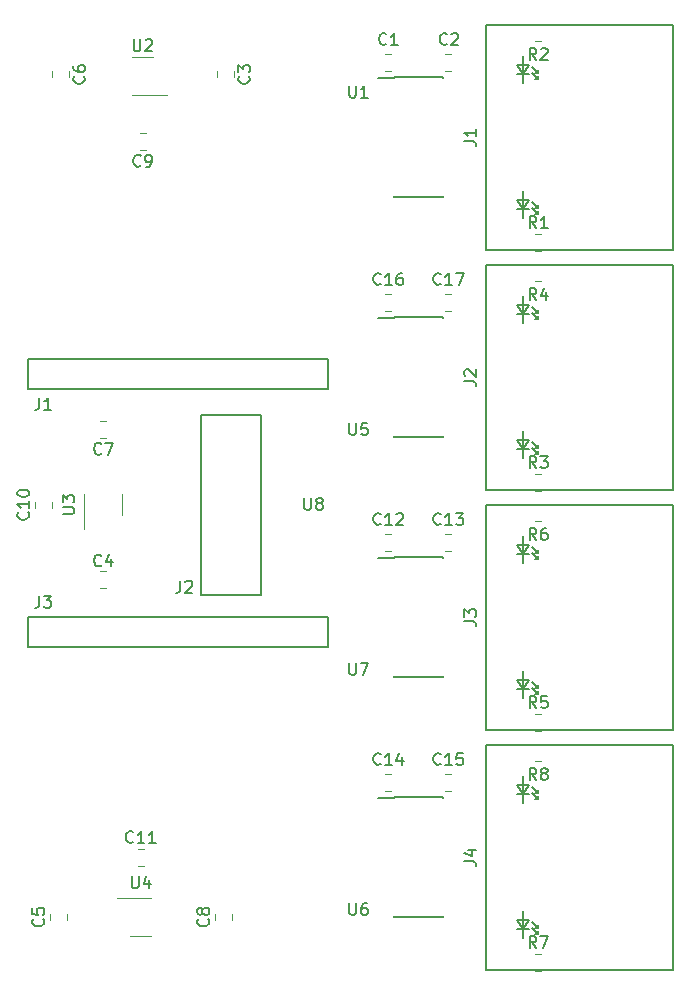
<source format=gbr>
G04 #@! TF.GenerationSoftware,KiCad,Pcbnew,5.0.1+dfsg1-2*
G04 #@! TF.CreationDate,2018-11-18T21:04:06+01:00*
G04 #@! TF.ProjectId,icestick-rj45-shield,696365737469636B2D726A34352D7368,rev?*
G04 #@! TF.SameCoordinates,Original*
G04 #@! TF.FileFunction,Legend,Top*
G04 #@! TF.FilePolarity,Positive*
%FSLAX46Y46*%
G04 Gerber Fmt 4.6, Leading zero omitted, Abs format (unit mm)*
G04 Created by KiCad (PCBNEW 5.0.1+dfsg1-2) date So 18 Nov 2018 21:04:06 CET*
%MOMM*%
%LPD*%
G01*
G04 APERTURE LIST*
%ADD10C,0.150000*%
%ADD11C,0.120000*%
G04 APERTURE END LIST*
D10*
G04 #@! TO.C,U8*
X153035000Y-103505000D02*
X158115000Y-103505000D01*
X153035000Y-88265000D02*
X153035000Y-103505000D01*
X158115000Y-88265000D02*
X153035000Y-88265000D01*
X158115000Y-103505000D02*
X158115000Y-88265000D01*
X138430000Y-107950000D02*
X163830000Y-107950000D01*
X138430000Y-105410000D02*
X138430000Y-107950000D01*
X163830000Y-105410000D02*
X138430000Y-105410000D01*
X163830000Y-107950000D02*
X163830000Y-105410000D01*
X163830000Y-83566000D02*
X163830000Y-86106000D01*
X138430000Y-83566000D02*
X163830000Y-83566000D01*
X138430000Y-86106000D02*
X138430000Y-83566000D01*
X163830000Y-86106000D02*
X138430000Y-86106000D01*
G04 #@! TO.C,J4*
X179832000Y-120396000D02*
X180848000Y-120396000D01*
X181605013Y-120800809D02*
X181351013Y-120800809D01*
X181097013Y-120292809D02*
X181605013Y-120800809D01*
X181351013Y-120800809D02*
X181605013Y-120800809D01*
X181605013Y-120800809D02*
X181605013Y-120546809D01*
X180340000Y-120396000D02*
X179832000Y-119634000D01*
X181097013Y-119784809D02*
X181605013Y-120292809D01*
X180848000Y-119634000D02*
X180340000Y-120396000D01*
X179832000Y-119634000D02*
X180848000Y-119634000D01*
X180340000Y-118872000D02*
X180340000Y-121158000D01*
X181605013Y-120292809D02*
X181605013Y-120038809D01*
X181351013Y-120292809D02*
X181605013Y-120292809D01*
X181605013Y-120292809D02*
X181351013Y-120292809D01*
X193040000Y-116205000D02*
X193040000Y-135255000D01*
X177165000Y-135255000D02*
X177165000Y-116205000D01*
X177165000Y-116205000D02*
X193040000Y-116205000D01*
X193040000Y-135255000D02*
X177165000Y-135255000D01*
X180340000Y-130302000D02*
X180340000Y-132588000D01*
X179832000Y-131064000D02*
X180848000Y-131064000D01*
X180848000Y-131064000D02*
X180340000Y-131826000D01*
X180340000Y-131826000D02*
X179832000Y-131064000D01*
X179832000Y-131826000D02*
X180848000Y-131826000D01*
X181097013Y-131214809D02*
X181605013Y-131722809D01*
X181605013Y-131722809D02*
X181351013Y-131722809D01*
X181351013Y-131722809D02*
X181605013Y-131722809D01*
X181605013Y-131722809D02*
X181605013Y-131468809D01*
X181097013Y-131722809D02*
X181605013Y-132230809D01*
X181605013Y-132230809D02*
X181351013Y-132230809D01*
X181351013Y-132230809D02*
X181605013Y-132230809D01*
X181605013Y-132230809D02*
X181605013Y-131976809D01*
G04 #@! TO.C,J3*
X179832000Y-100076000D02*
X180848000Y-100076000D01*
X181605013Y-100480809D02*
X181351013Y-100480809D01*
X181097013Y-99972809D02*
X181605013Y-100480809D01*
X181351013Y-100480809D02*
X181605013Y-100480809D01*
X181605013Y-100480809D02*
X181605013Y-100226809D01*
X180340000Y-100076000D02*
X179832000Y-99314000D01*
X181097013Y-99464809D02*
X181605013Y-99972809D01*
X180848000Y-99314000D02*
X180340000Y-100076000D01*
X179832000Y-99314000D02*
X180848000Y-99314000D01*
X180340000Y-98552000D02*
X180340000Y-100838000D01*
X181605013Y-99972809D02*
X181605013Y-99718809D01*
X181351013Y-99972809D02*
X181605013Y-99972809D01*
X181605013Y-99972809D02*
X181351013Y-99972809D01*
X193040000Y-95885000D02*
X193040000Y-114935000D01*
X177165000Y-114935000D02*
X177165000Y-95885000D01*
X177165000Y-95885000D02*
X193040000Y-95885000D01*
X193040000Y-114935000D02*
X177165000Y-114935000D01*
X180340000Y-109982000D02*
X180340000Y-112268000D01*
X179832000Y-110744000D02*
X180848000Y-110744000D01*
X180848000Y-110744000D02*
X180340000Y-111506000D01*
X180340000Y-111506000D02*
X179832000Y-110744000D01*
X179832000Y-111506000D02*
X180848000Y-111506000D01*
X181097013Y-110894809D02*
X181605013Y-111402809D01*
X181605013Y-111402809D02*
X181351013Y-111402809D01*
X181351013Y-111402809D02*
X181605013Y-111402809D01*
X181605013Y-111402809D02*
X181605013Y-111148809D01*
X181097013Y-111402809D02*
X181605013Y-111910809D01*
X181605013Y-111910809D02*
X181351013Y-111910809D01*
X181351013Y-111910809D02*
X181605013Y-111910809D01*
X181605013Y-111910809D02*
X181605013Y-111656809D01*
D11*
G04 #@! TO.C,C1*
X169171252Y-57710000D02*
X168648748Y-57710000D01*
X169171252Y-59130000D02*
X168648748Y-59130000D01*
G04 #@! TO.C,C4*
X145041252Y-101525000D02*
X144518748Y-101525000D01*
X145041252Y-102945000D02*
X144518748Y-102945000D01*
G04 #@! TO.C,C2*
X173728748Y-59130000D02*
X174251252Y-59130000D01*
X173728748Y-57710000D02*
X174251252Y-57710000D01*
G04 #@! TO.C,U2*
X147217918Y-61180592D02*
X150167918Y-61180592D01*
X149017918Y-57960592D02*
X147217918Y-57960592D01*
G04 #@! TO.C,C12*
X169171252Y-98350000D02*
X168648748Y-98350000D01*
X169171252Y-99770000D02*
X168648748Y-99770000D01*
G04 #@! TO.C,C13*
X173728748Y-99770000D02*
X174251252Y-99770000D01*
X173728748Y-98350000D02*
X174251252Y-98350000D01*
G04 #@! TO.C,C14*
X169171252Y-118670000D02*
X168648748Y-118670000D01*
X169171252Y-120090000D02*
X168648748Y-120090000D01*
G04 #@! TO.C,C15*
X173728748Y-120090000D02*
X174251252Y-120090000D01*
X173728748Y-118670000D02*
X174251252Y-118670000D01*
G04 #@! TO.C,C16*
X169171252Y-78030000D02*
X168648748Y-78030000D01*
X169171252Y-79450000D02*
X168648748Y-79450000D01*
G04 #@! TO.C,C17*
X173728748Y-79450000D02*
X174251252Y-79450000D01*
X173728748Y-78030000D02*
X174251252Y-78030000D01*
G04 #@! TO.C,R1*
X181348748Y-74370000D02*
X181871252Y-74370000D01*
X181348748Y-72950000D02*
X181871252Y-72950000D01*
G04 #@! TO.C,R2*
X181348748Y-56590000D02*
X181871252Y-56590000D01*
X181348748Y-55170000D02*
X181871252Y-55170000D01*
G04 #@! TO.C,R3*
X181348748Y-94690000D02*
X181871252Y-94690000D01*
X181348748Y-93270000D02*
X181871252Y-93270000D01*
G04 #@! TO.C,R4*
X181348748Y-76910000D02*
X181871252Y-76910000D01*
X181348748Y-75490000D02*
X181871252Y-75490000D01*
G04 #@! TO.C,R5*
X181348748Y-115010000D02*
X181871252Y-115010000D01*
X181348748Y-113590000D02*
X181871252Y-113590000D01*
G04 #@! TO.C,R6*
X181348748Y-97230000D02*
X181871252Y-97230000D01*
X181348748Y-95810000D02*
X181871252Y-95810000D01*
G04 #@! TO.C,R7*
X181348748Y-135330000D02*
X181871252Y-135330000D01*
X181348748Y-133910000D02*
X181871252Y-133910000D01*
G04 #@! TO.C,R8*
X181348748Y-117550000D02*
X181871252Y-117550000D01*
X181348748Y-116130000D02*
X181871252Y-116130000D01*
D10*
G04 #@! TO.C,U6*
X169375000Y-120680000D02*
X168000000Y-120680000D01*
X169375000Y-130805000D02*
X173525000Y-130805000D01*
X169375000Y-120655000D02*
X173525000Y-120655000D01*
X169375000Y-130805000D02*
X169375000Y-130700000D01*
X173525000Y-130805000D02*
X173525000Y-130700000D01*
X173525000Y-120655000D02*
X173525000Y-120760000D01*
X169375000Y-120655000D02*
X169375000Y-120680000D01*
G04 #@! TO.C,U7*
X169375000Y-100360000D02*
X168000000Y-100360000D01*
X169375000Y-110485000D02*
X173525000Y-110485000D01*
X169375000Y-100335000D02*
X173525000Y-100335000D01*
X169375000Y-110485000D02*
X169375000Y-110380000D01*
X173525000Y-110485000D02*
X173525000Y-110380000D01*
X173525000Y-100335000D02*
X173525000Y-100440000D01*
X169375000Y-100335000D02*
X169375000Y-100360000D01*
G04 #@! TO.C,J1*
X179832000Y-59436000D02*
X180848000Y-59436000D01*
X181605013Y-59840809D02*
X181351013Y-59840809D01*
X181097013Y-59332809D02*
X181605013Y-59840809D01*
X181351013Y-59840809D02*
X181605013Y-59840809D01*
X181605013Y-59840809D02*
X181605013Y-59586809D01*
X180340000Y-59436000D02*
X179832000Y-58674000D01*
X181097013Y-58824809D02*
X181605013Y-59332809D01*
X180848000Y-58674000D02*
X180340000Y-59436000D01*
X179832000Y-58674000D02*
X180848000Y-58674000D01*
X180340000Y-57912000D02*
X180340000Y-60198000D01*
X181605013Y-59332809D02*
X181605013Y-59078809D01*
X181351013Y-59332809D02*
X181605013Y-59332809D01*
X181605013Y-59332809D02*
X181351013Y-59332809D01*
X193040000Y-55245000D02*
X193040000Y-74295000D01*
X177165000Y-74295000D02*
X177165000Y-55245000D01*
X177165000Y-55245000D02*
X193040000Y-55245000D01*
X193040000Y-74295000D02*
X177165000Y-74295000D01*
X180340000Y-69342000D02*
X180340000Y-71628000D01*
X179832000Y-70104000D02*
X180848000Y-70104000D01*
X180848000Y-70104000D02*
X180340000Y-70866000D01*
X180340000Y-70866000D02*
X179832000Y-70104000D01*
X179832000Y-70866000D02*
X180848000Y-70866000D01*
X181097013Y-70254809D02*
X181605013Y-70762809D01*
X181605013Y-70762809D02*
X181351013Y-70762809D01*
X181351013Y-70762809D02*
X181605013Y-70762809D01*
X181605013Y-70762809D02*
X181605013Y-70508809D01*
X181097013Y-70762809D02*
X181605013Y-71270809D01*
X181605013Y-71270809D02*
X181351013Y-71270809D01*
X181351013Y-71270809D02*
X181605013Y-71270809D01*
X181605013Y-71270809D02*
X181605013Y-71016809D01*
G04 #@! TO.C,J2*
X179832000Y-79756000D02*
X180848000Y-79756000D01*
X181605013Y-80160809D02*
X181351013Y-80160809D01*
X181097013Y-79652809D02*
X181605013Y-80160809D01*
X181351013Y-80160809D02*
X181605013Y-80160809D01*
X181605013Y-80160809D02*
X181605013Y-79906809D01*
X180340000Y-79756000D02*
X179832000Y-78994000D01*
X181097013Y-79144809D02*
X181605013Y-79652809D01*
X180848000Y-78994000D02*
X180340000Y-79756000D01*
X179832000Y-78994000D02*
X180848000Y-78994000D01*
X180340000Y-78232000D02*
X180340000Y-80518000D01*
X181605013Y-79652809D02*
X181605013Y-79398809D01*
X181351013Y-79652809D02*
X181605013Y-79652809D01*
X181605013Y-79652809D02*
X181351013Y-79652809D01*
X193040000Y-75565000D02*
X193040000Y-94615000D01*
X177165000Y-94615000D02*
X177165000Y-75565000D01*
X177165000Y-75565000D02*
X193040000Y-75565000D01*
X193040000Y-94615000D02*
X177165000Y-94615000D01*
X180340000Y-89662000D02*
X180340000Y-91948000D01*
X179832000Y-90424000D02*
X180848000Y-90424000D01*
X180848000Y-90424000D02*
X180340000Y-91186000D01*
X180340000Y-91186000D02*
X179832000Y-90424000D01*
X179832000Y-91186000D02*
X180848000Y-91186000D01*
X181097013Y-90574809D02*
X181605013Y-91082809D01*
X181605013Y-91082809D02*
X181351013Y-91082809D01*
X181351013Y-91082809D02*
X181605013Y-91082809D01*
X181605013Y-91082809D02*
X181605013Y-90828809D01*
X181097013Y-91082809D02*
X181605013Y-91590809D01*
X181605013Y-91590809D02*
X181351013Y-91590809D01*
X181351013Y-91590809D02*
X181605013Y-91590809D01*
X181605013Y-91590809D02*
X181605013Y-91336809D01*
D11*
G04 #@! TO.C,C3*
X154392918Y-59182340D02*
X154392918Y-59704844D01*
X155812918Y-59182340D02*
X155812918Y-59704844D01*
G04 #@! TO.C,C5*
X141680000Y-131071252D02*
X141680000Y-130548748D01*
X140260000Y-131071252D02*
X140260000Y-130548748D01*
G04 #@! TO.C,C6*
X140422918Y-59182340D02*
X140422918Y-59704844D01*
X141842918Y-59182340D02*
X141842918Y-59704844D01*
G04 #@! TO.C,C7*
X145041252Y-88825000D02*
X144518748Y-88825000D01*
X145041252Y-90245000D02*
X144518748Y-90245000D01*
G04 #@! TO.C,C8*
X155650000Y-131071252D02*
X155650000Y-130548748D01*
X154230000Y-131071252D02*
X154230000Y-130548748D01*
G04 #@! TO.C,C9*
X148379170Y-64448592D02*
X147856666Y-64448592D01*
X148379170Y-65868592D02*
X147856666Y-65868592D01*
G04 #@! TO.C,C10*
X140410000Y-96146252D02*
X140410000Y-95623748D01*
X138990000Y-96146252D02*
X138990000Y-95623748D01*
G04 #@! TO.C,C11*
X147693748Y-126440000D02*
X148216252Y-126440000D01*
X147693748Y-125020000D02*
X148216252Y-125020000D01*
D10*
G04 #@! TO.C,U1*
X169375000Y-59720000D02*
X168000000Y-59720000D01*
X169375000Y-69845000D02*
X173525000Y-69845000D01*
X169375000Y-59695000D02*
X173525000Y-59695000D01*
X169375000Y-69845000D02*
X169375000Y-69740000D01*
X173525000Y-69845000D02*
X173525000Y-69740000D01*
X173525000Y-59695000D02*
X173525000Y-59800000D01*
X169375000Y-59695000D02*
X169375000Y-59720000D01*
D11*
G04 #@! TO.C,U3*
X143170000Y-94985000D02*
X143170000Y-97935000D01*
X146390000Y-96785000D02*
X146390000Y-94985000D01*
G04 #@! TO.C,U4*
X148855000Y-129200000D02*
X145905000Y-129200000D01*
X147055000Y-132420000D02*
X148855000Y-132420000D01*
D10*
G04 #@! TO.C,U5*
X169375000Y-80040000D02*
X168000000Y-80040000D01*
X169375000Y-90165000D02*
X173525000Y-90165000D01*
X169375000Y-80015000D02*
X173525000Y-80015000D01*
X169375000Y-90165000D02*
X169375000Y-90060000D01*
X173525000Y-90165000D02*
X173525000Y-90060000D01*
X173525000Y-80015000D02*
X173525000Y-80120000D01*
X169375000Y-80015000D02*
X169375000Y-80040000D01*
G04 #@! TO.C,U8*
X161798095Y-95337380D02*
X161798095Y-96146904D01*
X161845714Y-96242142D01*
X161893333Y-96289761D01*
X161988571Y-96337380D01*
X162179047Y-96337380D01*
X162274285Y-96289761D01*
X162321904Y-96242142D01*
X162369523Y-96146904D01*
X162369523Y-95337380D01*
X162988571Y-95765952D02*
X162893333Y-95718333D01*
X162845714Y-95670714D01*
X162798095Y-95575476D01*
X162798095Y-95527857D01*
X162845714Y-95432619D01*
X162893333Y-95385000D01*
X162988571Y-95337380D01*
X163179047Y-95337380D01*
X163274285Y-95385000D01*
X163321904Y-95432619D01*
X163369523Y-95527857D01*
X163369523Y-95575476D01*
X163321904Y-95670714D01*
X163274285Y-95718333D01*
X163179047Y-95765952D01*
X162988571Y-95765952D01*
X162893333Y-95813571D01*
X162845714Y-95861190D01*
X162798095Y-95956428D01*
X162798095Y-96146904D01*
X162845714Y-96242142D01*
X162893333Y-96289761D01*
X162988571Y-96337380D01*
X163179047Y-96337380D01*
X163274285Y-96289761D01*
X163321904Y-96242142D01*
X163369523Y-96146904D01*
X163369523Y-95956428D01*
X163321904Y-95861190D01*
X163274285Y-95813571D01*
X163179047Y-95765952D01*
X151304666Y-102322380D02*
X151304666Y-103036666D01*
X151257047Y-103179523D01*
X151161809Y-103274761D01*
X151018952Y-103322380D01*
X150923714Y-103322380D01*
X151733238Y-102417619D02*
X151780857Y-102370000D01*
X151876095Y-102322380D01*
X152114190Y-102322380D01*
X152209428Y-102370000D01*
X152257047Y-102417619D01*
X152304666Y-102512857D01*
X152304666Y-102608095D01*
X152257047Y-102750952D01*
X151685619Y-103322380D01*
X152304666Y-103322380D01*
X139366666Y-103592380D02*
X139366666Y-104306666D01*
X139319047Y-104449523D01*
X139223809Y-104544761D01*
X139080952Y-104592380D01*
X138985714Y-104592380D01*
X139747619Y-103592380D02*
X140366666Y-103592380D01*
X140033333Y-103973333D01*
X140176190Y-103973333D01*
X140271428Y-104020952D01*
X140319047Y-104068571D01*
X140366666Y-104163809D01*
X140366666Y-104401904D01*
X140319047Y-104497142D01*
X140271428Y-104544761D01*
X140176190Y-104592380D01*
X139890476Y-104592380D01*
X139795238Y-104544761D01*
X139747619Y-104497142D01*
X139366666Y-86828380D02*
X139366666Y-87542666D01*
X139319047Y-87685523D01*
X139223809Y-87780761D01*
X139080952Y-87828380D01*
X138985714Y-87828380D01*
X140366666Y-87828380D02*
X139795238Y-87828380D01*
X140080952Y-87828380D02*
X140080952Y-86828380D01*
X139985714Y-86971238D01*
X139890476Y-87066476D01*
X139795238Y-87114095D01*
G04 #@! TO.C,J4*
X175347380Y-126063333D02*
X176061666Y-126063333D01*
X176204523Y-126110952D01*
X176299761Y-126206190D01*
X176347380Y-126349047D01*
X176347380Y-126444285D01*
X175680714Y-125158571D02*
X176347380Y-125158571D01*
X175299761Y-125396666D02*
X176014047Y-125634761D01*
X176014047Y-125015714D01*
G04 #@! TO.C,J3*
X175347380Y-105743333D02*
X176061666Y-105743333D01*
X176204523Y-105790952D01*
X176299761Y-105886190D01*
X176347380Y-106029047D01*
X176347380Y-106124285D01*
X175347380Y-105362380D02*
X175347380Y-104743333D01*
X175728333Y-105076666D01*
X175728333Y-104933809D01*
X175775952Y-104838571D01*
X175823571Y-104790952D01*
X175918809Y-104743333D01*
X176156904Y-104743333D01*
X176252142Y-104790952D01*
X176299761Y-104838571D01*
X176347380Y-104933809D01*
X176347380Y-105219523D01*
X176299761Y-105314761D01*
X176252142Y-105362380D01*
G04 #@! TO.C,C1*
X168743333Y-56872142D02*
X168695714Y-56919761D01*
X168552857Y-56967380D01*
X168457619Y-56967380D01*
X168314761Y-56919761D01*
X168219523Y-56824523D01*
X168171904Y-56729285D01*
X168124285Y-56538809D01*
X168124285Y-56395952D01*
X168171904Y-56205476D01*
X168219523Y-56110238D01*
X168314761Y-56015000D01*
X168457619Y-55967380D01*
X168552857Y-55967380D01*
X168695714Y-56015000D01*
X168743333Y-56062619D01*
X169695714Y-56967380D02*
X169124285Y-56967380D01*
X169410000Y-56967380D02*
X169410000Y-55967380D01*
X169314761Y-56110238D01*
X169219523Y-56205476D01*
X169124285Y-56253095D01*
G04 #@! TO.C,C4*
X144613333Y-101017342D02*
X144565714Y-101064961D01*
X144422857Y-101112580D01*
X144327619Y-101112580D01*
X144184761Y-101064961D01*
X144089523Y-100969723D01*
X144041904Y-100874485D01*
X143994285Y-100684009D01*
X143994285Y-100541152D01*
X144041904Y-100350676D01*
X144089523Y-100255438D01*
X144184761Y-100160200D01*
X144327619Y-100112580D01*
X144422857Y-100112580D01*
X144565714Y-100160200D01*
X144613333Y-100207819D01*
X145470476Y-100445914D02*
X145470476Y-101112580D01*
X145232380Y-100064961D02*
X144994285Y-100779247D01*
X145613333Y-100779247D01*
G04 #@! TO.C,C2*
X173874133Y-56872142D02*
X173826514Y-56919761D01*
X173683657Y-56967380D01*
X173588419Y-56967380D01*
X173445561Y-56919761D01*
X173350323Y-56824523D01*
X173302704Y-56729285D01*
X173255085Y-56538809D01*
X173255085Y-56395952D01*
X173302704Y-56205476D01*
X173350323Y-56110238D01*
X173445561Y-56015000D01*
X173588419Y-55967380D01*
X173683657Y-55967380D01*
X173826514Y-56015000D01*
X173874133Y-56062619D01*
X174255085Y-56062619D02*
X174302704Y-56015000D01*
X174397942Y-55967380D01*
X174636038Y-55967380D01*
X174731276Y-56015000D01*
X174778895Y-56062619D01*
X174826514Y-56157857D01*
X174826514Y-56253095D01*
X174778895Y-56395952D01*
X174207466Y-56967380D01*
X174826514Y-56967380D01*
G04 #@! TO.C,U2*
X147356013Y-56482972D02*
X147356013Y-57292496D01*
X147403632Y-57387734D01*
X147451251Y-57435353D01*
X147546489Y-57482972D01*
X147736965Y-57482972D01*
X147832203Y-57435353D01*
X147879822Y-57387734D01*
X147927441Y-57292496D01*
X147927441Y-56482972D01*
X148356013Y-56578211D02*
X148403632Y-56530592D01*
X148498870Y-56482972D01*
X148736965Y-56482972D01*
X148832203Y-56530592D01*
X148879822Y-56578211D01*
X148927441Y-56673449D01*
X148927441Y-56768687D01*
X148879822Y-56911544D01*
X148308394Y-57482972D01*
X148927441Y-57482972D01*
G04 #@! TO.C,C12*
X168267142Y-97512142D02*
X168219523Y-97559761D01*
X168076666Y-97607380D01*
X167981428Y-97607380D01*
X167838571Y-97559761D01*
X167743333Y-97464523D01*
X167695714Y-97369285D01*
X167648095Y-97178809D01*
X167648095Y-97035952D01*
X167695714Y-96845476D01*
X167743333Y-96750238D01*
X167838571Y-96655000D01*
X167981428Y-96607380D01*
X168076666Y-96607380D01*
X168219523Y-96655000D01*
X168267142Y-96702619D01*
X169219523Y-97607380D02*
X168648095Y-97607380D01*
X168933809Y-97607380D02*
X168933809Y-96607380D01*
X168838571Y-96750238D01*
X168743333Y-96845476D01*
X168648095Y-96893095D01*
X169600476Y-96702619D02*
X169648095Y-96655000D01*
X169743333Y-96607380D01*
X169981428Y-96607380D01*
X170076666Y-96655000D01*
X170124285Y-96702619D01*
X170171904Y-96797857D01*
X170171904Y-96893095D01*
X170124285Y-97035952D01*
X169552857Y-97607380D01*
X170171904Y-97607380D01*
G04 #@! TO.C,C13*
X173347142Y-97512142D02*
X173299523Y-97559761D01*
X173156666Y-97607380D01*
X173061428Y-97607380D01*
X172918571Y-97559761D01*
X172823333Y-97464523D01*
X172775714Y-97369285D01*
X172728095Y-97178809D01*
X172728095Y-97035952D01*
X172775714Y-96845476D01*
X172823333Y-96750238D01*
X172918571Y-96655000D01*
X173061428Y-96607380D01*
X173156666Y-96607380D01*
X173299523Y-96655000D01*
X173347142Y-96702619D01*
X174299523Y-97607380D02*
X173728095Y-97607380D01*
X174013809Y-97607380D02*
X174013809Y-96607380D01*
X173918571Y-96750238D01*
X173823333Y-96845476D01*
X173728095Y-96893095D01*
X174632857Y-96607380D02*
X175251904Y-96607380D01*
X174918571Y-96988333D01*
X175061428Y-96988333D01*
X175156666Y-97035952D01*
X175204285Y-97083571D01*
X175251904Y-97178809D01*
X175251904Y-97416904D01*
X175204285Y-97512142D01*
X175156666Y-97559761D01*
X175061428Y-97607380D01*
X174775714Y-97607380D01*
X174680476Y-97559761D01*
X174632857Y-97512142D01*
G04 #@! TO.C,C14*
X168267142Y-117832142D02*
X168219523Y-117879761D01*
X168076666Y-117927380D01*
X167981428Y-117927380D01*
X167838571Y-117879761D01*
X167743333Y-117784523D01*
X167695714Y-117689285D01*
X167648095Y-117498809D01*
X167648095Y-117355952D01*
X167695714Y-117165476D01*
X167743333Y-117070238D01*
X167838571Y-116975000D01*
X167981428Y-116927380D01*
X168076666Y-116927380D01*
X168219523Y-116975000D01*
X168267142Y-117022619D01*
X169219523Y-117927380D02*
X168648095Y-117927380D01*
X168933809Y-117927380D02*
X168933809Y-116927380D01*
X168838571Y-117070238D01*
X168743333Y-117165476D01*
X168648095Y-117213095D01*
X170076666Y-117260714D02*
X170076666Y-117927380D01*
X169838571Y-116879761D02*
X169600476Y-117594047D01*
X170219523Y-117594047D01*
G04 #@! TO.C,C15*
X173347142Y-117832142D02*
X173299523Y-117879761D01*
X173156666Y-117927380D01*
X173061428Y-117927380D01*
X172918571Y-117879761D01*
X172823333Y-117784523D01*
X172775714Y-117689285D01*
X172728095Y-117498809D01*
X172728095Y-117355952D01*
X172775714Y-117165476D01*
X172823333Y-117070238D01*
X172918571Y-116975000D01*
X173061428Y-116927380D01*
X173156666Y-116927380D01*
X173299523Y-116975000D01*
X173347142Y-117022619D01*
X174299523Y-117927380D02*
X173728095Y-117927380D01*
X174013809Y-117927380D02*
X174013809Y-116927380D01*
X173918571Y-117070238D01*
X173823333Y-117165476D01*
X173728095Y-117213095D01*
X175204285Y-116927380D02*
X174728095Y-116927380D01*
X174680476Y-117403571D01*
X174728095Y-117355952D01*
X174823333Y-117308333D01*
X175061428Y-117308333D01*
X175156666Y-117355952D01*
X175204285Y-117403571D01*
X175251904Y-117498809D01*
X175251904Y-117736904D01*
X175204285Y-117832142D01*
X175156666Y-117879761D01*
X175061428Y-117927380D01*
X174823333Y-117927380D01*
X174728095Y-117879761D01*
X174680476Y-117832142D01*
G04 #@! TO.C,C16*
X168267142Y-77192142D02*
X168219523Y-77239761D01*
X168076666Y-77287380D01*
X167981428Y-77287380D01*
X167838571Y-77239761D01*
X167743333Y-77144523D01*
X167695714Y-77049285D01*
X167648095Y-76858809D01*
X167648095Y-76715952D01*
X167695714Y-76525476D01*
X167743333Y-76430238D01*
X167838571Y-76335000D01*
X167981428Y-76287380D01*
X168076666Y-76287380D01*
X168219523Y-76335000D01*
X168267142Y-76382619D01*
X169219523Y-77287380D02*
X168648095Y-77287380D01*
X168933809Y-77287380D02*
X168933809Y-76287380D01*
X168838571Y-76430238D01*
X168743333Y-76525476D01*
X168648095Y-76573095D01*
X170076666Y-76287380D02*
X169886190Y-76287380D01*
X169790952Y-76335000D01*
X169743333Y-76382619D01*
X169648095Y-76525476D01*
X169600476Y-76715952D01*
X169600476Y-77096904D01*
X169648095Y-77192142D01*
X169695714Y-77239761D01*
X169790952Y-77287380D01*
X169981428Y-77287380D01*
X170076666Y-77239761D01*
X170124285Y-77192142D01*
X170171904Y-77096904D01*
X170171904Y-76858809D01*
X170124285Y-76763571D01*
X170076666Y-76715952D01*
X169981428Y-76668333D01*
X169790952Y-76668333D01*
X169695714Y-76715952D01*
X169648095Y-76763571D01*
X169600476Y-76858809D01*
G04 #@! TO.C,C17*
X173347142Y-77192142D02*
X173299523Y-77239761D01*
X173156666Y-77287380D01*
X173061428Y-77287380D01*
X172918571Y-77239761D01*
X172823333Y-77144523D01*
X172775714Y-77049285D01*
X172728095Y-76858809D01*
X172728095Y-76715952D01*
X172775714Y-76525476D01*
X172823333Y-76430238D01*
X172918571Y-76335000D01*
X173061428Y-76287380D01*
X173156666Y-76287380D01*
X173299523Y-76335000D01*
X173347142Y-76382619D01*
X174299523Y-77287380D02*
X173728095Y-77287380D01*
X174013809Y-77287380D02*
X174013809Y-76287380D01*
X173918571Y-76430238D01*
X173823333Y-76525476D01*
X173728095Y-76573095D01*
X174632857Y-76287380D02*
X175299523Y-76287380D01*
X174870952Y-77287380D01*
G04 #@! TO.C,R1*
X181443333Y-72462380D02*
X181110000Y-71986190D01*
X180871904Y-72462380D02*
X180871904Y-71462380D01*
X181252857Y-71462380D01*
X181348095Y-71510000D01*
X181395714Y-71557619D01*
X181443333Y-71652857D01*
X181443333Y-71795714D01*
X181395714Y-71890952D01*
X181348095Y-71938571D01*
X181252857Y-71986190D01*
X180871904Y-71986190D01*
X182395714Y-72462380D02*
X181824285Y-72462380D01*
X182110000Y-72462380D02*
X182110000Y-71462380D01*
X182014761Y-71605238D01*
X181919523Y-71700476D01*
X181824285Y-71748095D01*
G04 #@! TO.C,R2*
X181443333Y-58237380D02*
X181110000Y-57761190D01*
X180871904Y-58237380D02*
X180871904Y-57237380D01*
X181252857Y-57237380D01*
X181348095Y-57285000D01*
X181395714Y-57332619D01*
X181443333Y-57427857D01*
X181443333Y-57570714D01*
X181395714Y-57665952D01*
X181348095Y-57713571D01*
X181252857Y-57761190D01*
X180871904Y-57761190D01*
X181824285Y-57332619D02*
X181871904Y-57285000D01*
X181967142Y-57237380D01*
X182205238Y-57237380D01*
X182300476Y-57285000D01*
X182348095Y-57332619D01*
X182395714Y-57427857D01*
X182395714Y-57523095D01*
X182348095Y-57665952D01*
X181776666Y-58237380D01*
X182395714Y-58237380D01*
G04 #@! TO.C,R3*
X181443333Y-92782380D02*
X181110000Y-92306190D01*
X180871904Y-92782380D02*
X180871904Y-91782380D01*
X181252857Y-91782380D01*
X181348095Y-91830000D01*
X181395714Y-91877619D01*
X181443333Y-91972857D01*
X181443333Y-92115714D01*
X181395714Y-92210952D01*
X181348095Y-92258571D01*
X181252857Y-92306190D01*
X180871904Y-92306190D01*
X181776666Y-91782380D02*
X182395714Y-91782380D01*
X182062380Y-92163333D01*
X182205238Y-92163333D01*
X182300476Y-92210952D01*
X182348095Y-92258571D01*
X182395714Y-92353809D01*
X182395714Y-92591904D01*
X182348095Y-92687142D01*
X182300476Y-92734761D01*
X182205238Y-92782380D01*
X181919523Y-92782380D01*
X181824285Y-92734761D01*
X181776666Y-92687142D01*
G04 #@! TO.C,R4*
X181443333Y-78557380D02*
X181110000Y-78081190D01*
X180871904Y-78557380D02*
X180871904Y-77557380D01*
X181252857Y-77557380D01*
X181348095Y-77605000D01*
X181395714Y-77652619D01*
X181443333Y-77747857D01*
X181443333Y-77890714D01*
X181395714Y-77985952D01*
X181348095Y-78033571D01*
X181252857Y-78081190D01*
X180871904Y-78081190D01*
X182300476Y-77890714D02*
X182300476Y-78557380D01*
X182062380Y-77509761D02*
X181824285Y-78224047D01*
X182443333Y-78224047D01*
G04 #@! TO.C,R5*
X181443333Y-113102380D02*
X181110000Y-112626190D01*
X180871904Y-113102380D02*
X180871904Y-112102380D01*
X181252857Y-112102380D01*
X181348095Y-112150000D01*
X181395714Y-112197619D01*
X181443333Y-112292857D01*
X181443333Y-112435714D01*
X181395714Y-112530952D01*
X181348095Y-112578571D01*
X181252857Y-112626190D01*
X180871904Y-112626190D01*
X182348095Y-112102380D02*
X181871904Y-112102380D01*
X181824285Y-112578571D01*
X181871904Y-112530952D01*
X181967142Y-112483333D01*
X182205238Y-112483333D01*
X182300476Y-112530952D01*
X182348095Y-112578571D01*
X182395714Y-112673809D01*
X182395714Y-112911904D01*
X182348095Y-113007142D01*
X182300476Y-113054761D01*
X182205238Y-113102380D01*
X181967142Y-113102380D01*
X181871904Y-113054761D01*
X181824285Y-113007142D01*
G04 #@! TO.C,R6*
X181443333Y-98877380D02*
X181110000Y-98401190D01*
X180871904Y-98877380D02*
X180871904Y-97877380D01*
X181252857Y-97877380D01*
X181348095Y-97925000D01*
X181395714Y-97972619D01*
X181443333Y-98067857D01*
X181443333Y-98210714D01*
X181395714Y-98305952D01*
X181348095Y-98353571D01*
X181252857Y-98401190D01*
X180871904Y-98401190D01*
X182300476Y-97877380D02*
X182110000Y-97877380D01*
X182014761Y-97925000D01*
X181967142Y-97972619D01*
X181871904Y-98115476D01*
X181824285Y-98305952D01*
X181824285Y-98686904D01*
X181871904Y-98782142D01*
X181919523Y-98829761D01*
X182014761Y-98877380D01*
X182205238Y-98877380D01*
X182300476Y-98829761D01*
X182348095Y-98782142D01*
X182395714Y-98686904D01*
X182395714Y-98448809D01*
X182348095Y-98353571D01*
X182300476Y-98305952D01*
X182205238Y-98258333D01*
X182014761Y-98258333D01*
X181919523Y-98305952D01*
X181871904Y-98353571D01*
X181824285Y-98448809D01*
G04 #@! TO.C,R7*
X181443333Y-133422380D02*
X181110000Y-132946190D01*
X180871904Y-133422380D02*
X180871904Y-132422380D01*
X181252857Y-132422380D01*
X181348095Y-132470000D01*
X181395714Y-132517619D01*
X181443333Y-132612857D01*
X181443333Y-132755714D01*
X181395714Y-132850952D01*
X181348095Y-132898571D01*
X181252857Y-132946190D01*
X180871904Y-132946190D01*
X181776666Y-132422380D02*
X182443333Y-132422380D01*
X182014761Y-133422380D01*
G04 #@! TO.C,R8*
X181443333Y-119197380D02*
X181110000Y-118721190D01*
X180871904Y-119197380D02*
X180871904Y-118197380D01*
X181252857Y-118197380D01*
X181348095Y-118245000D01*
X181395714Y-118292619D01*
X181443333Y-118387857D01*
X181443333Y-118530714D01*
X181395714Y-118625952D01*
X181348095Y-118673571D01*
X181252857Y-118721190D01*
X180871904Y-118721190D01*
X182014761Y-118625952D02*
X181919523Y-118578333D01*
X181871904Y-118530714D01*
X181824285Y-118435476D01*
X181824285Y-118387857D01*
X181871904Y-118292619D01*
X181919523Y-118245000D01*
X182014761Y-118197380D01*
X182205238Y-118197380D01*
X182300476Y-118245000D01*
X182348095Y-118292619D01*
X182395714Y-118387857D01*
X182395714Y-118435476D01*
X182348095Y-118530714D01*
X182300476Y-118578333D01*
X182205238Y-118625952D01*
X182014761Y-118625952D01*
X181919523Y-118673571D01*
X181871904Y-118721190D01*
X181824285Y-118816428D01*
X181824285Y-119006904D01*
X181871904Y-119102142D01*
X181919523Y-119149761D01*
X182014761Y-119197380D01*
X182205238Y-119197380D01*
X182300476Y-119149761D01*
X182348095Y-119102142D01*
X182395714Y-119006904D01*
X182395714Y-118816428D01*
X182348095Y-118721190D01*
X182300476Y-118673571D01*
X182205238Y-118625952D01*
G04 #@! TO.C,U6*
X165608095Y-129627380D02*
X165608095Y-130436904D01*
X165655714Y-130532142D01*
X165703333Y-130579761D01*
X165798571Y-130627380D01*
X165989047Y-130627380D01*
X166084285Y-130579761D01*
X166131904Y-130532142D01*
X166179523Y-130436904D01*
X166179523Y-129627380D01*
X167084285Y-129627380D02*
X166893809Y-129627380D01*
X166798571Y-129675000D01*
X166750952Y-129722619D01*
X166655714Y-129865476D01*
X166608095Y-130055952D01*
X166608095Y-130436904D01*
X166655714Y-130532142D01*
X166703333Y-130579761D01*
X166798571Y-130627380D01*
X166989047Y-130627380D01*
X167084285Y-130579761D01*
X167131904Y-130532142D01*
X167179523Y-130436904D01*
X167179523Y-130198809D01*
X167131904Y-130103571D01*
X167084285Y-130055952D01*
X166989047Y-130008333D01*
X166798571Y-130008333D01*
X166703333Y-130055952D01*
X166655714Y-130103571D01*
X166608095Y-130198809D01*
G04 #@! TO.C,U7*
X165608095Y-109307380D02*
X165608095Y-110116904D01*
X165655714Y-110212142D01*
X165703333Y-110259761D01*
X165798571Y-110307380D01*
X165989047Y-110307380D01*
X166084285Y-110259761D01*
X166131904Y-110212142D01*
X166179523Y-110116904D01*
X166179523Y-109307380D01*
X166560476Y-109307380D02*
X167227142Y-109307380D01*
X166798571Y-110307380D01*
G04 #@! TO.C,J1*
X175347380Y-65103333D02*
X176061666Y-65103333D01*
X176204523Y-65150952D01*
X176299761Y-65246190D01*
X176347380Y-65389047D01*
X176347380Y-65484285D01*
X176347380Y-64103333D02*
X176347380Y-64674761D01*
X176347380Y-64389047D02*
X175347380Y-64389047D01*
X175490238Y-64484285D01*
X175585476Y-64579523D01*
X175633095Y-64674761D01*
G04 #@! TO.C,J2*
X175347380Y-85423333D02*
X176061666Y-85423333D01*
X176204523Y-85470952D01*
X176299761Y-85566190D01*
X176347380Y-85709047D01*
X176347380Y-85804285D01*
X175442619Y-84994761D02*
X175395000Y-84947142D01*
X175347380Y-84851904D01*
X175347380Y-84613809D01*
X175395000Y-84518571D01*
X175442619Y-84470952D01*
X175537857Y-84423333D01*
X175633095Y-84423333D01*
X175775952Y-84470952D01*
X176347380Y-85042380D01*
X176347380Y-84423333D01*
G04 #@! TO.C,C3*
X157110060Y-59610258D02*
X157157679Y-59657877D01*
X157205298Y-59800734D01*
X157205298Y-59895972D01*
X157157679Y-60038830D01*
X157062441Y-60134068D01*
X156967203Y-60181687D01*
X156776727Y-60229306D01*
X156633870Y-60229306D01*
X156443394Y-60181687D01*
X156348156Y-60134068D01*
X156252918Y-60038830D01*
X156205298Y-59895972D01*
X156205298Y-59800734D01*
X156252918Y-59657877D01*
X156300537Y-59610258D01*
X156205298Y-59276925D02*
X156205298Y-58657877D01*
X156586251Y-58991211D01*
X156586251Y-58848353D01*
X156633870Y-58753115D01*
X156681489Y-58705496D01*
X156776727Y-58657877D01*
X157014822Y-58657877D01*
X157110060Y-58705496D01*
X157157679Y-58753115D01*
X157205298Y-58848353D01*
X157205298Y-59134068D01*
X157157679Y-59229306D01*
X157110060Y-59276925D01*
G04 #@! TO.C,C5*
X139677142Y-130976666D02*
X139724761Y-131024285D01*
X139772380Y-131167142D01*
X139772380Y-131262380D01*
X139724761Y-131405238D01*
X139629523Y-131500476D01*
X139534285Y-131548095D01*
X139343809Y-131595714D01*
X139200952Y-131595714D01*
X139010476Y-131548095D01*
X138915238Y-131500476D01*
X138820000Y-131405238D01*
X138772380Y-131262380D01*
X138772380Y-131167142D01*
X138820000Y-131024285D01*
X138867619Y-130976666D01*
X138772380Y-130071904D02*
X138772380Y-130548095D01*
X139248571Y-130595714D01*
X139200952Y-130548095D01*
X139153333Y-130452857D01*
X139153333Y-130214761D01*
X139200952Y-130119523D01*
X139248571Y-130071904D01*
X139343809Y-130024285D01*
X139581904Y-130024285D01*
X139677142Y-130071904D01*
X139724761Y-130119523D01*
X139772380Y-130214761D01*
X139772380Y-130452857D01*
X139724761Y-130548095D01*
X139677142Y-130595714D01*
G04 #@! TO.C,C6*
X143140060Y-59610258D02*
X143187679Y-59657877D01*
X143235298Y-59800734D01*
X143235298Y-59895972D01*
X143187679Y-60038830D01*
X143092441Y-60134068D01*
X142997203Y-60181687D01*
X142806727Y-60229306D01*
X142663870Y-60229306D01*
X142473394Y-60181687D01*
X142378156Y-60134068D01*
X142282918Y-60038830D01*
X142235298Y-59895972D01*
X142235298Y-59800734D01*
X142282918Y-59657877D01*
X142330537Y-59610258D01*
X142235298Y-58753115D02*
X142235298Y-58943592D01*
X142282918Y-59038830D01*
X142330537Y-59086449D01*
X142473394Y-59181687D01*
X142663870Y-59229306D01*
X143044822Y-59229306D01*
X143140060Y-59181687D01*
X143187679Y-59134068D01*
X143235298Y-59038830D01*
X143235298Y-58848353D01*
X143187679Y-58753115D01*
X143140060Y-58705496D01*
X143044822Y-58657877D01*
X142806727Y-58657877D01*
X142711489Y-58705496D01*
X142663870Y-58753115D01*
X142616251Y-58848353D01*
X142616251Y-59038830D01*
X142663870Y-59134068D01*
X142711489Y-59181687D01*
X142806727Y-59229306D01*
G04 #@! TO.C,C7*
X144613333Y-91542142D02*
X144565714Y-91589761D01*
X144422857Y-91637380D01*
X144327619Y-91637380D01*
X144184761Y-91589761D01*
X144089523Y-91494523D01*
X144041904Y-91399285D01*
X143994285Y-91208809D01*
X143994285Y-91065952D01*
X144041904Y-90875476D01*
X144089523Y-90780238D01*
X144184761Y-90685000D01*
X144327619Y-90637380D01*
X144422857Y-90637380D01*
X144565714Y-90685000D01*
X144613333Y-90732619D01*
X144946666Y-90637380D02*
X145613333Y-90637380D01*
X145184761Y-91637380D01*
G04 #@! TO.C,C8*
X153647142Y-130976666D02*
X153694761Y-131024285D01*
X153742380Y-131167142D01*
X153742380Y-131262380D01*
X153694761Y-131405238D01*
X153599523Y-131500476D01*
X153504285Y-131548095D01*
X153313809Y-131595714D01*
X153170952Y-131595714D01*
X152980476Y-131548095D01*
X152885238Y-131500476D01*
X152790000Y-131405238D01*
X152742380Y-131262380D01*
X152742380Y-131167142D01*
X152790000Y-131024285D01*
X152837619Y-130976666D01*
X153170952Y-130405238D02*
X153123333Y-130500476D01*
X153075714Y-130548095D01*
X152980476Y-130595714D01*
X152932857Y-130595714D01*
X152837619Y-130548095D01*
X152790000Y-130500476D01*
X152742380Y-130405238D01*
X152742380Y-130214761D01*
X152790000Y-130119523D01*
X152837619Y-130071904D01*
X152932857Y-130024285D01*
X152980476Y-130024285D01*
X153075714Y-130071904D01*
X153123333Y-130119523D01*
X153170952Y-130214761D01*
X153170952Y-130405238D01*
X153218571Y-130500476D01*
X153266190Y-130548095D01*
X153361428Y-130595714D01*
X153551904Y-130595714D01*
X153647142Y-130548095D01*
X153694761Y-130500476D01*
X153742380Y-130405238D01*
X153742380Y-130214761D01*
X153694761Y-130119523D01*
X153647142Y-130071904D01*
X153551904Y-130024285D01*
X153361428Y-130024285D01*
X153266190Y-130071904D01*
X153218571Y-130119523D01*
X153170952Y-130214761D01*
G04 #@! TO.C,C9*
X147951251Y-67165734D02*
X147903632Y-67213353D01*
X147760775Y-67260972D01*
X147665537Y-67260972D01*
X147522679Y-67213353D01*
X147427441Y-67118115D01*
X147379822Y-67022877D01*
X147332203Y-66832401D01*
X147332203Y-66689544D01*
X147379822Y-66499068D01*
X147427441Y-66403830D01*
X147522679Y-66308592D01*
X147665537Y-66260972D01*
X147760775Y-66260972D01*
X147903632Y-66308592D01*
X147951251Y-66356211D01*
X148427441Y-67260972D02*
X148617918Y-67260972D01*
X148713156Y-67213353D01*
X148760775Y-67165734D01*
X148856013Y-67022877D01*
X148903632Y-66832401D01*
X148903632Y-66451449D01*
X148856013Y-66356211D01*
X148808394Y-66308592D01*
X148713156Y-66260972D01*
X148522679Y-66260972D01*
X148427441Y-66308592D01*
X148379822Y-66356211D01*
X148332203Y-66451449D01*
X148332203Y-66689544D01*
X148379822Y-66784782D01*
X148427441Y-66832401D01*
X148522679Y-66880020D01*
X148713156Y-66880020D01*
X148808394Y-66832401D01*
X148856013Y-66784782D01*
X148903632Y-66689544D01*
G04 #@! TO.C,C10*
X138407142Y-96527857D02*
X138454761Y-96575476D01*
X138502380Y-96718333D01*
X138502380Y-96813571D01*
X138454761Y-96956428D01*
X138359523Y-97051666D01*
X138264285Y-97099285D01*
X138073809Y-97146904D01*
X137930952Y-97146904D01*
X137740476Y-97099285D01*
X137645238Y-97051666D01*
X137550000Y-96956428D01*
X137502380Y-96813571D01*
X137502380Y-96718333D01*
X137550000Y-96575476D01*
X137597619Y-96527857D01*
X138502380Y-95575476D02*
X138502380Y-96146904D01*
X138502380Y-95861190D02*
X137502380Y-95861190D01*
X137645238Y-95956428D01*
X137740476Y-96051666D01*
X137788095Y-96146904D01*
X137502380Y-94956428D02*
X137502380Y-94861190D01*
X137550000Y-94765952D01*
X137597619Y-94718333D01*
X137692857Y-94670714D01*
X137883333Y-94623095D01*
X138121428Y-94623095D01*
X138311904Y-94670714D01*
X138407142Y-94718333D01*
X138454761Y-94765952D01*
X138502380Y-94861190D01*
X138502380Y-94956428D01*
X138454761Y-95051666D01*
X138407142Y-95099285D01*
X138311904Y-95146904D01*
X138121428Y-95194523D01*
X137883333Y-95194523D01*
X137692857Y-95146904D01*
X137597619Y-95099285D01*
X137550000Y-95051666D01*
X137502380Y-94956428D01*
G04 #@! TO.C,C11*
X147312142Y-124437142D02*
X147264523Y-124484761D01*
X147121666Y-124532380D01*
X147026428Y-124532380D01*
X146883571Y-124484761D01*
X146788333Y-124389523D01*
X146740714Y-124294285D01*
X146693095Y-124103809D01*
X146693095Y-123960952D01*
X146740714Y-123770476D01*
X146788333Y-123675238D01*
X146883571Y-123580000D01*
X147026428Y-123532380D01*
X147121666Y-123532380D01*
X147264523Y-123580000D01*
X147312142Y-123627619D01*
X148264523Y-124532380D02*
X147693095Y-124532380D01*
X147978809Y-124532380D02*
X147978809Y-123532380D01*
X147883571Y-123675238D01*
X147788333Y-123770476D01*
X147693095Y-123818095D01*
X149216904Y-124532380D02*
X148645476Y-124532380D01*
X148931190Y-124532380D02*
X148931190Y-123532380D01*
X148835952Y-123675238D01*
X148740714Y-123770476D01*
X148645476Y-123818095D01*
G04 #@! TO.C,U1*
X165608095Y-60412380D02*
X165608095Y-61221904D01*
X165655714Y-61317142D01*
X165703333Y-61364761D01*
X165798571Y-61412380D01*
X165989047Y-61412380D01*
X166084285Y-61364761D01*
X166131904Y-61317142D01*
X166179523Y-61221904D01*
X166179523Y-60412380D01*
X167179523Y-61412380D02*
X166608095Y-61412380D01*
X166893809Y-61412380D02*
X166893809Y-60412380D01*
X166798571Y-60555238D01*
X166703333Y-60650476D01*
X166608095Y-60698095D01*
G04 #@! TO.C,U3*
X141332380Y-96646904D02*
X142141904Y-96646904D01*
X142237142Y-96599285D01*
X142284761Y-96551666D01*
X142332380Y-96456428D01*
X142332380Y-96265952D01*
X142284761Y-96170714D01*
X142237142Y-96123095D01*
X142141904Y-96075476D01*
X141332380Y-96075476D01*
X141332380Y-95694523D02*
X141332380Y-95075476D01*
X141713333Y-95408809D01*
X141713333Y-95265952D01*
X141760952Y-95170714D01*
X141808571Y-95123095D01*
X141903809Y-95075476D01*
X142141904Y-95075476D01*
X142237142Y-95123095D01*
X142284761Y-95170714D01*
X142332380Y-95265952D01*
X142332380Y-95551666D01*
X142284761Y-95646904D01*
X142237142Y-95694523D01*
G04 #@! TO.C,U4*
X147193095Y-127362380D02*
X147193095Y-128171904D01*
X147240714Y-128267142D01*
X147288333Y-128314761D01*
X147383571Y-128362380D01*
X147574047Y-128362380D01*
X147669285Y-128314761D01*
X147716904Y-128267142D01*
X147764523Y-128171904D01*
X147764523Y-127362380D01*
X148669285Y-127695714D02*
X148669285Y-128362380D01*
X148431190Y-127314761D02*
X148193095Y-128029047D01*
X148812142Y-128029047D01*
G04 #@! TO.C,U5*
X165608095Y-88987380D02*
X165608095Y-89796904D01*
X165655714Y-89892142D01*
X165703333Y-89939761D01*
X165798571Y-89987380D01*
X165989047Y-89987380D01*
X166084285Y-89939761D01*
X166131904Y-89892142D01*
X166179523Y-89796904D01*
X166179523Y-88987380D01*
X167131904Y-88987380D02*
X166655714Y-88987380D01*
X166608095Y-89463571D01*
X166655714Y-89415952D01*
X166750952Y-89368333D01*
X166989047Y-89368333D01*
X167084285Y-89415952D01*
X167131904Y-89463571D01*
X167179523Y-89558809D01*
X167179523Y-89796904D01*
X167131904Y-89892142D01*
X167084285Y-89939761D01*
X166989047Y-89987380D01*
X166750952Y-89987380D01*
X166655714Y-89939761D01*
X166608095Y-89892142D01*
G04 #@! TD*
M02*

</source>
